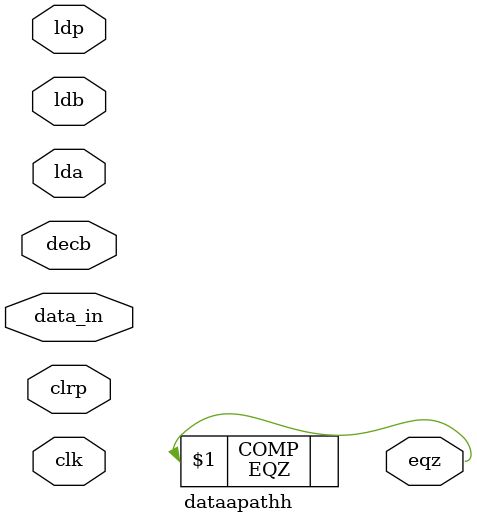
<source format=v>
`timescale 1ns / 1ps
module dataapathh(
    output eqz,
    input lda,
    input ldb,
    input ldp,
    input clrp,
    input decb,
    input [15:0] data_in,
    input clk
    );
wire [15:0] x,y,z,bout,bus;
PIPO1 A(x,bus,lda,clk);
PIPO2 P(y,z,ldp,clrp,clk);
CNTR B(bout,bus,ldb,decb,clk);
ADD AD(z,x,y);
EQZ COMP(eqz,);


endmodule

</source>
